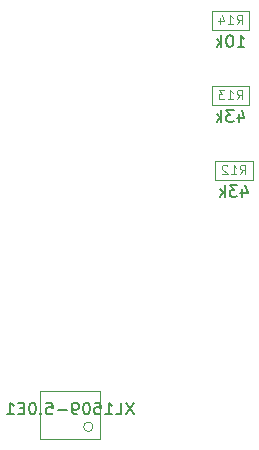
<source format=gbr>
%TF.GenerationSoftware,KiCad,Pcbnew,(5.1.12-1-10_14)*%
%TF.CreationDate,2021-12-21T21:30:39-06:00*%
%TF.ProjectId,Weather,57656174-6865-4722-9e6b-696361645f70,rev?*%
%TF.SameCoordinates,Original*%
%TF.FileFunction,AssemblyDrawing,Bot*%
%FSLAX46Y46*%
G04 Gerber Fmt 4.6, Leading zero omitted, Abs format (unit mm)*
G04 Created by KiCad (PCBNEW (5.1.12-1-10_14)) date 2021-12-21 21:30:39*
%MOMM*%
%LPD*%
G01*
G04 APERTURE LIST*
%ADD10C,0.120000*%
%ADD11C,0.100000*%
%ADD12C,0.150000*%
G04 APERTURE END LIST*
D10*
%TO.C,U3*%
X125241600Y-115706400D02*
G75*
G03*
X125241600Y-115706400I-400000J0D01*
G01*
X125841600Y-112706400D02*
X120741600Y-112706400D01*
X125841600Y-116706400D02*
X125841600Y-112706400D01*
X120741600Y-116706400D02*
X125841600Y-116706400D01*
X120741600Y-116706400D02*
X120741600Y-112706400D01*
D11*
%TO.C,R12*%
X135560000Y-94780000D02*
X138760000Y-94780000D01*
X135560000Y-93180000D02*
X135560000Y-94780000D01*
X138760000Y-93180000D02*
X135560000Y-93180000D01*
X138760000Y-94780000D02*
X138760000Y-93180000D01*
%TO.C,R13*%
X135280000Y-88430000D02*
X138480000Y-88430000D01*
X135280000Y-86830000D02*
X135280000Y-88430000D01*
X138480000Y-86830000D02*
X135280000Y-86830000D01*
X138480000Y-88430000D02*
X138480000Y-86830000D01*
%TO.C,R14*%
X135280000Y-82080000D02*
X138480000Y-82080000D01*
X135280000Y-80480000D02*
X135280000Y-82080000D01*
X138480000Y-80480000D02*
X135280000Y-80480000D01*
X138480000Y-82080000D02*
X138480000Y-80480000D01*
%TD*%
%TO.C,U3*%
D12*
X128672552Y-113658780D02*
X128005885Y-114658780D01*
X128005885Y-113658780D02*
X128672552Y-114658780D01*
X127148742Y-114658780D02*
X127624933Y-114658780D01*
X127624933Y-113658780D01*
X126291600Y-114658780D02*
X126863028Y-114658780D01*
X126577314Y-114658780D02*
X126577314Y-113658780D01*
X126672552Y-113801638D01*
X126767790Y-113896876D01*
X126863028Y-113944495D01*
X125386838Y-113658780D02*
X125863028Y-113658780D01*
X125910647Y-114134971D01*
X125863028Y-114087352D01*
X125767790Y-114039733D01*
X125529695Y-114039733D01*
X125434457Y-114087352D01*
X125386838Y-114134971D01*
X125339219Y-114230209D01*
X125339219Y-114468304D01*
X125386838Y-114563542D01*
X125434457Y-114611161D01*
X125529695Y-114658780D01*
X125767790Y-114658780D01*
X125863028Y-114611161D01*
X125910647Y-114563542D01*
X124720171Y-113658780D02*
X124624933Y-113658780D01*
X124529695Y-113706400D01*
X124482076Y-113754019D01*
X124434457Y-113849257D01*
X124386838Y-114039733D01*
X124386838Y-114277828D01*
X124434457Y-114468304D01*
X124482076Y-114563542D01*
X124529695Y-114611161D01*
X124624933Y-114658780D01*
X124720171Y-114658780D01*
X124815409Y-114611161D01*
X124863028Y-114563542D01*
X124910647Y-114468304D01*
X124958266Y-114277828D01*
X124958266Y-114039733D01*
X124910647Y-113849257D01*
X124863028Y-113754019D01*
X124815409Y-113706400D01*
X124720171Y-113658780D01*
X123910647Y-114658780D02*
X123720171Y-114658780D01*
X123624933Y-114611161D01*
X123577314Y-114563542D01*
X123482076Y-114420685D01*
X123434457Y-114230209D01*
X123434457Y-113849257D01*
X123482076Y-113754019D01*
X123529695Y-113706400D01*
X123624933Y-113658780D01*
X123815409Y-113658780D01*
X123910647Y-113706400D01*
X123958266Y-113754019D01*
X124005885Y-113849257D01*
X124005885Y-114087352D01*
X123958266Y-114182590D01*
X123910647Y-114230209D01*
X123815409Y-114277828D01*
X123624933Y-114277828D01*
X123529695Y-114230209D01*
X123482076Y-114182590D01*
X123434457Y-114087352D01*
X123005885Y-114277828D02*
X122243980Y-114277828D01*
X121291600Y-113658780D02*
X121767790Y-113658780D01*
X121815409Y-114134971D01*
X121767790Y-114087352D01*
X121672552Y-114039733D01*
X121434457Y-114039733D01*
X121339219Y-114087352D01*
X121291600Y-114134971D01*
X121243980Y-114230209D01*
X121243980Y-114468304D01*
X121291600Y-114563542D01*
X121339219Y-114611161D01*
X121434457Y-114658780D01*
X121672552Y-114658780D01*
X121767790Y-114611161D01*
X121815409Y-114563542D01*
X120815409Y-114563542D02*
X120767790Y-114611161D01*
X120815409Y-114658780D01*
X120863028Y-114611161D01*
X120815409Y-114563542D01*
X120815409Y-114658780D01*
X120148742Y-113658780D02*
X120053504Y-113658780D01*
X119958266Y-113706400D01*
X119910647Y-113754019D01*
X119863028Y-113849257D01*
X119815409Y-114039733D01*
X119815409Y-114277828D01*
X119863028Y-114468304D01*
X119910647Y-114563542D01*
X119958266Y-114611161D01*
X120053504Y-114658780D01*
X120148742Y-114658780D01*
X120243980Y-114611161D01*
X120291600Y-114563542D01*
X120339219Y-114468304D01*
X120386838Y-114277828D01*
X120386838Y-114039733D01*
X120339219Y-113849257D01*
X120291600Y-113754019D01*
X120243980Y-113706400D01*
X120148742Y-113658780D01*
X119386838Y-114134971D02*
X119053504Y-114134971D01*
X118910647Y-114658780D02*
X119386838Y-114658780D01*
X119386838Y-113658780D01*
X118910647Y-113658780D01*
X117958266Y-114658780D02*
X118529695Y-114658780D01*
X118243980Y-114658780D02*
X118243980Y-113658780D01*
X118339219Y-113801638D01*
X118434457Y-113896876D01*
X118529695Y-113944495D01*
%TO.C,R12*%
X137850476Y-95585714D02*
X137850476Y-96252380D01*
X138088571Y-95204761D02*
X138326666Y-95919047D01*
X137707619Y-95919047D01*
X137421904Y-95252380D02*
X136802857Y-95252380D01*
X137136190Y-95633333D01*
X136993333Y-95633333D01*
X136898095Y-95680952D01*
X136850476Y-95728571D01*
X136802857Y-95823809D01*
X136802857Y-96061904D01*
X136850476Y-96157142D01*
X136898095Y-96204761D01*
X136993333Y-96252380D01*
X137279047Y-96252380D01*
X137374285Y-96204761D01*
X137421904Y-96157142D01*
X136374285Y-96252380D02*
X136374285Y-95252380D01*
X136279047Y-95871428D02*
X135993333Y-96252380D01*
X135993333Y-95585714D02*
X136374285Y-95966666D01*
D10*
X137674285Y-94341904D02*
X137940952Y-93960952D01*
X138131428Y-94341904D02*
X138131428Y-93541904D01*
X137826666Y-93541904D01*
X137750476Y-93580000D01*
X137712380Y-93618095D01*
X137674285Y-93694285D01*
X137674285Y-93808571D01*
X137712380Y-93884761D01*
X137750476Y-93922857D01*
X137826666Y-93960952D01*
X138131428Y-93960952D01*
X136912380Y-94341904D02*
X137369523Y-94341904D01*
X137140952Y-94341904D02*
X137140952Y-93541904D01*
X137217142Y-93656190D01*
X137293333Y-93732380D01*
X137369523Y-93770476D01*
X136607619Y-93618095D02*
X136569523Y-93580000D01*
X136493333Y-93541904D01*
X136302857Y-93541904D01*
X136226666Y-93580000D01*
X136188571Y-93618095D01*
X136150476Y-93694285D01*
X136150476Y-93770476D01*
X136188571Y-93884761D01*
X136645714Y-94341904D01*
X136150476Y-94341904D01*
%TO.C,R13*%
D12*
X137570476Y-89235714D02*
X137570476Y-89902380D01*
X137808571Y-88854761D02*
X138046666Y-89569047D01*
X137427619Y-89569047D01*
X137141904Y-88902380D02*
X136522857Y-88902380D01*
X136856190Y-89283333D01*
X136713333Y-89283333D01*
X136618095Y-89330952D01*
X136570476Y-89378571D01*
X136522857Y-89473809D01*
X136522857Y-89711904D01*
X136570476Y-89807142D01*
X136618095Y-89854761D01*
X136713333Y-89902380D01*
X136999047Y-89902380D01*
X137094285Y-89854761D01*
X137141904Y-89807142D01*
X136094285Y-89902380D02*
X136094285Y-88902380D01*
X135999047Y-89521428D02*
X135713333Y-89902380D01*
X135713333Y-89235714D02*
X136094285Y-89616666D01*
D10*
X137394285Y-87991904D02*
X137660952Y-87610952D01*
X137851428Y-87991904D02*
X137851428Y-87191904D01*
X137546666Y-87191904D01*
X137470476Y-87230000D01*
X137432380Y-87268095D01*
X137394285Y-87344285D01*
X137394285Y-87458571D01*
X137432380Y-87534761D01*
X137470476Y-87572857D01*
X137546666Y-87610952D01*
X137851428Y-87610952D01*
X136632380Y-87991904D02*
X137089523Y-87991904D01*
X136860952Y-87991904D02*
X136860952Y-87191904D01*
X136937142Y-87306190D01*
X137013333Y-87382380D01*
X137089523Y-87420476D01*
X136365714Y-87191904D02*
X135870476Y-87191904D01*
X136137142Y-87496666D01*
X136022857Y-87496666D01*
X135946666Y-87534761D01*
X135908571Y-87572857D01*
X135870476Y-87649047D01*
X135870476Y-87839523D01*
X135908571Y-87915714D01*
X135946666Y-87953809D01*
X136022857Y-87991904D01*
X136251428Y-87991904D01*
X136327619Y-87953809D01*
X136365714Y-87915714D01*
%TO.C,R14*%
D12*
X137475238Y-83552380D02*
X138046666Y-83552380D01*
X137760952Y-83552380D02*
X137760952Y-82552380D01*
X137856190Y-82695238D01*
X137951428Y-82790476D01*
X138046666Y-82838095D01*
X136856190Y-82552380D02*
X136760952Y-82552380D01*
X136665714Y-82600000D01*
X136618095Y-82647619D01*
X136570476Y-82742857D01*
X136522857Y-82933333D01*
X136522857Y-83171428D01*
X136570476Y-83361904D01*
X136618095Y-83457142D01*
X136665714Y-83504761D01*
X136760952Y-83552380D01*
X136856190Y-83552380D01*
X136951428Y-83504761D01*
X136999047Y-83457142D01*
X137046666Y-83361904D01*
X137094285Y-83171428D01*
X137094285Y-82933333D01*
X137046666Y-82742857D01*
X136999047Y-82647619D01*
X136951428Y-82600000D01*
X136856190Y-82552380D01*
X136094285Y-83552380D02*
X136094285Y-82552380D01*
X135999047Y-83171428D02*
X135713333Y-83552380D01*
X135713333Y-82885714D02*
X136094285Y-83266666D01*
D10*
X137394285Y-81641904D02*
X137660952Y-81260952D01*
X137851428Y-81641904D02*
X137851428Y-80841904D01*
X137546666Y-80841904D01*
X137470476Y-80880000D01*
X137432380Y-80918095D01*
X137394285Y-80994285D01*
X137394285Y-81108571D01*
X137432380Y-81184761D01*
X137470476Y-81222857D01*
X137546666Y-81260952D01*
X137851428Y-81260952D01*
X136632380Y-81641904D02*
X137089523Y-81641904D01*
X136860952Y-81641904D02*
X136860952Y-80841904D01*
X136937142Y-80956190D01*
X137013333Y-81032380D01*
X137089523Y-81070476D01*
X135946666Y-81108571D02*
X135946666Y-81641904D01*
X136137142Y-80803809D02*
X136327619Y-81375238D01*
X135832380Y-81375238D01*
%TD*%
M02*

</source>
